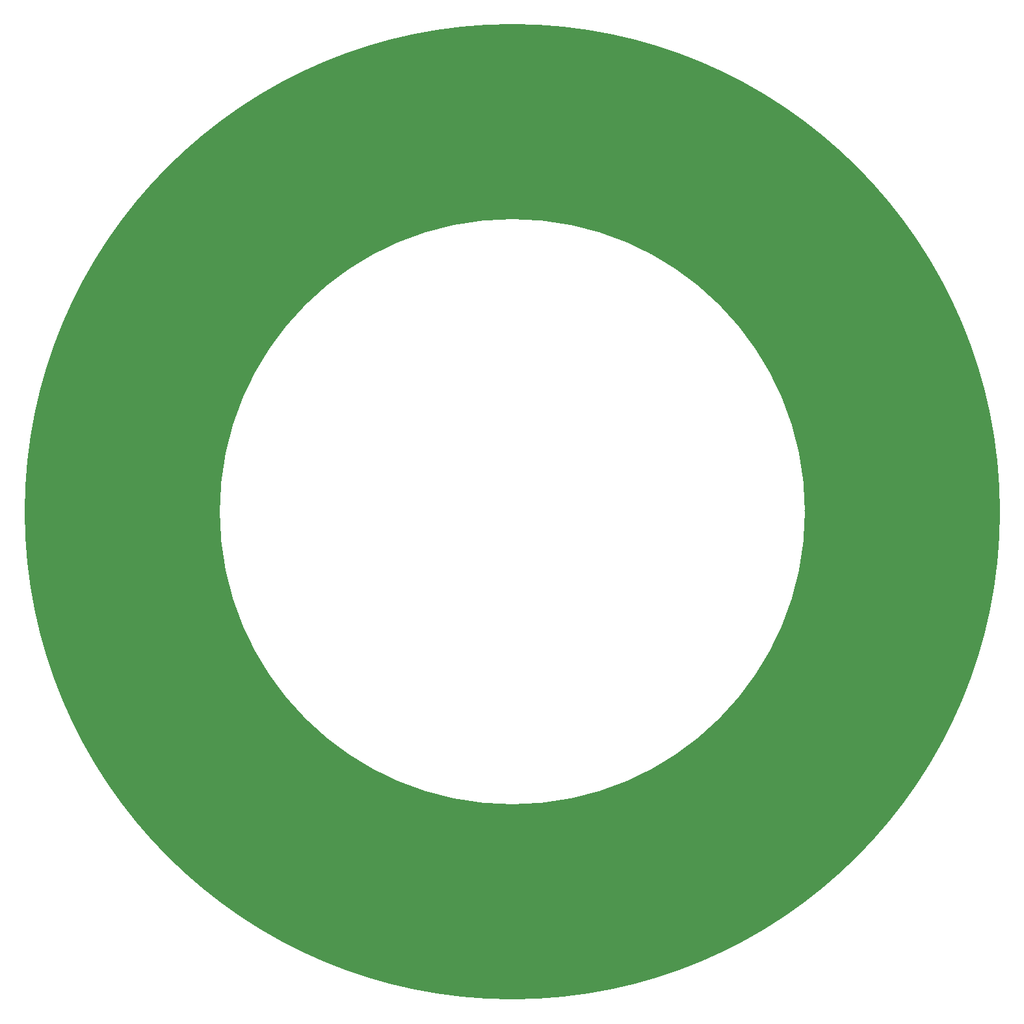
<source format=gbr>
%MOIN*%
%FSLAX23Y23*%
%OFA0.0000B0.0000*%
G90*
%ADD10O,5X5X3*%
D10
X0Y0D03*
M02*

</source>
